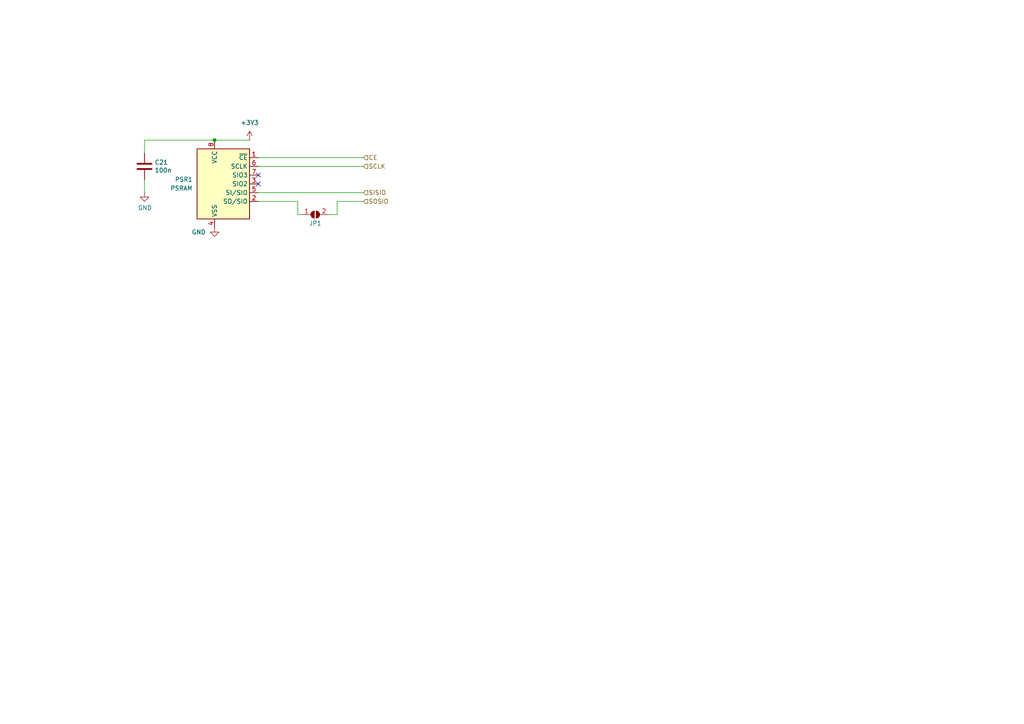
<source format=kicad_sch>
(kicad_sch (version 20231120) (generator "eeschema") (generator_version "8.0")
  (paper "A4")
  (title_block (title "FRANK") (date "2024-12-15") (rev "2.0") (company "Mikhail Matveev") (comment 1 "https://github.com/xtremespb/frank2"))
  (lib_symbols
    (symbol "Device:C" (pin_numbers hide) (pin_names (offset 0.254))
      (property "Reference" "C" (at 0.635 2.54 0))
      (property "Value" "C" (at 0.635 -2.54 0))
      (symbol "C_0_1"
        (polyline (pts (xy -2.032 -0.762) (xy 2.032 -0.762)) (stroke (width 0.508)))
        (polyline (pts (xy -2.032 0.762) (xy 2.032 0.762)) (stroke (width 0.508)))
      )
      (symbol "C_1_1"
        (pin passive line (at 0 3.81 270) (length 2.794) (name "~") (number "1"))
        (pin passive line (at 0 -3.81 90) (length 2.794) (name "~") (number "2"))
      )
    )
    (symbol "Jumper:SolderJumper_2_Open" (pin_names (offset 0) hide)
      (property "Reference" "JP" (at 0 2.032 0))
      (property "Value" "SolderJumper_2_Open" (at 0 -2.54 0))
      (symbol "SolderJumper_2_Open_0_1"
        (arc (start -0.254 1.016) (mid -1.2655 0) (end -0.254 -1.016))
        (arc (start -0.254 1.016) (mid -1.2655 0) (end -0.254 -1.016) (fill (type outline)))
        (polyline (pts (xy -0.254 1.016) (xy -0.254 -1.016)))
        (polyline (pts (xy 0.254 1.016) (xy 0.254 -1.016)))
        (arc (start 0.254 -1.016) (mid 1.2655 0) (end 0.254 1.016))
        (arc (start 0.254 -1.016) (mid 1.2655 0) (end 0.254 1.016) (fill (type outline)))
      )
      (symbol "SolderJumper_2_Open_1_1"
        (pin passive line (at -3.81 0 0) (length 2.54) (name "A") (number "1"))
        (pin passive line (at 3.81 0 180) (length 2.54) (name "B") (number "2"))
      )
    )
    (symbol "Memory_RAM:ESP-PSRAM32"
      (property "Reference" "U" (at 3.81 11.43 0))
      (property "Value" "ESP-PSRAM32" (at -1.27 -11.43 0))
      (symbol "ESP-PSRAM32_0_1"
        (rectangle (start -7.62 10.16) (end 7.62 -10.16) (stroke (width 0.254)) (fill (type background)))
      )
      (symbol "ESP-PSRAM32_1_1"
        (pin input line (at 10.16 7.62 180) (length 2.54) (name "~{CE}") (number "1"))
        (pin output line (at 10.16 -5.08 180) (length 2.54) (name "SO/SIO") (number "2"))
        (pin bidirectional line (at 10.16 0 180) (length 2.54) (name "SIO2") (number "3"))
        (pin power_in line (at -2.54 -12.7 90) (length 2.54) (name "VSS") (number "4"))
        (pin input line (at 10.16 -2.54 180) (length 2.54) (name "SI/SIO") (number "5"))
        (pin output line (at 10.16 5.08 180) (length 2.54) (name "SCLK") (number "6"))
        (pin bidirectional line (at 10.16 2.54 180) (length 2.54) (name "SIO3") (number "7"))
        (pin power_in line (at -2.54 12.7 270) (length 2.54) (name "VCC") (number "8"))
      )
    )
    (symbol "power:+3V3" (power) (pin_numbers hide) (pin_names (offset 0) hide)
      (property "Value" "+3V3" (at 0 3.556 0))
      (symbol "+3V3_0_1"
        (polyline (pts (xy -0.762 1.27) (xy 0 2.54)))
        (polyline (pts (xy 0 0) (xy 0 2.54)))
        (polyline (pts (xy 0 2.54) (xy 0.762 1.27)))
      )
      (symbol "+3V3_1_1"
        (pin power_in line (at 0 0 90) (length 0) (name "~") (number "1"))
      )
    )
    (symbol "power:GND" (power) (pin_names (offset 0))
      (property "Value" "GND" (at 0 -3.81 0))
      (symbol "GND_0_1"
        (polyline (pts (xy 0 0) (xy 0 -1.27) (xy 1.27 -1.27) (xy 0 -2.54) (xy -1.27 -1.27) (xy 0 -1.27)))
      )
      (symbol "GND_1_1"
        (pin power_in line (at 0 0 270) (length 0) hide (name "GND") (number "1"))
      )
    )
  )
  (junction (at 62.23 40.64))
  (no_connect (at 74.93 50.8))
  (no_connect (at 74.93 53.34))
  (wire (pts (xy 74.93 45.72) (xy 105.41 45.72)))
  (wire (pts (xy 86.36 62.23) (xy 86.36 58.42)))
  (wire (pts (xy 86.36 62.23) (xy 87.63 62.23)))
  (wire (pts (xy 41.91 40.64) (xy 41.91 44.45)))
  (wire (pts (xy 74.93 48.26) (xy 105.41 48.26)))
  (wire (pts (xy 41.91 40.64) (xy 62.23 40.64)))
  (wire (pts (xy 62.23 40.64) (xy 72.39 40.64)))
  (wire (pts (xy 41.91 52.07) (xy 41.91 55.88)))
  (wire (pts (xy 74.93 55.88) (xy 105.41 55.88)))
  (wire (pts (xy 97.79 62.23) (xy 97.79 58.42)))
  (wire (pts (xy 97.79 58.42) (xy 105.41 58.42)))
  (wire (pts (xy 95.25 62.23) (xy 97.79 62.23)))
  (wire (pts (xy 86.36 58.42) (xy 74.93 58.42)))
  (hierarchical_label "SISIO" (shape input) (at 105.41 55.88 0))
  (hierarchical_label "CE" (shape input) (at 105.41 45.72 0))
  (hierarchical_label "SCLK" (shape input) (at 105.41 48.26 0))
  (hierarchical_label "SOSIO" (shape input) (at 105.41 58.42 0))
  (symbol (lib_id "power:GND") (at 62.23 66.04 0) (unit 1)
    (property "Reference" "#PWR050" (effects (hide yes)))
    (property "Value" "GND" (at 59.69 67.31 0) (effects (justify right)))
  )
  (symbol (lib_id "power:+3V3") (at 72.39 40.64 0) (unit 1)
    (property "Reference" "#PWR048" (effects (hide yes)))
    (property "Value" "+3V3" (at 72.39 35.56 0))
    (property "Description" "Power symbol creates a global label with name \"+3V3\"" (effects (hide yes)))
  )
  (symbol (lib_id "Memory_RAM:ESP-PSRAM32") (at 64.77 53.34 0) (unit 1)
    (property "Reference" "PSR1" (at 55.88 52.0699 0) (effects (justify right)))
    (property "Value" "PSRAM" (at 55.88 54.6099 0) (effects (justify right)))
    (property "Footprint" "LIBS:SO_4x4" (effects (hide yes)))
    (property "Datasheet" "https://www.espressif.com/sites/default/files/documentation/esp-psram32_datasheet_en.pdf" (effects (hide yes)))
  )
  (symbol (lib_id "Device:C") (at 41.91 48.26 0) (unit 1)
    (property "Reference" "C21" (at 44.831 47.0916 0) (effects (justify left)))
    (property "Value" "100n" (at 44.831 49.403 0) (effects (justify left)))
    (property "Footprint" "LIBS:C_0805" (effects (hide yes)))
  )
  (symbol (lib_id "Jumper:SolderJumper_2_Open") (at 91.44 62.23 0) (unit 1)
    (property "Reference" "JP1" (at 91.44 64.77 0))
    (property "Value" "JMP PSRAM" (effects (hide yes)))
    (property "Footprint" "LIBS:Jumper_S" (effects (hide yes)))
  )
  (symbol (lib_id "power:GND") (at 41.91 55.88 0) (unit 1)
    (property "Reference" "#PWR049" (effects (hide yes)))
    (property "Value" "GND" (at 42.037 60.2742 0))
  )
)
</source>
